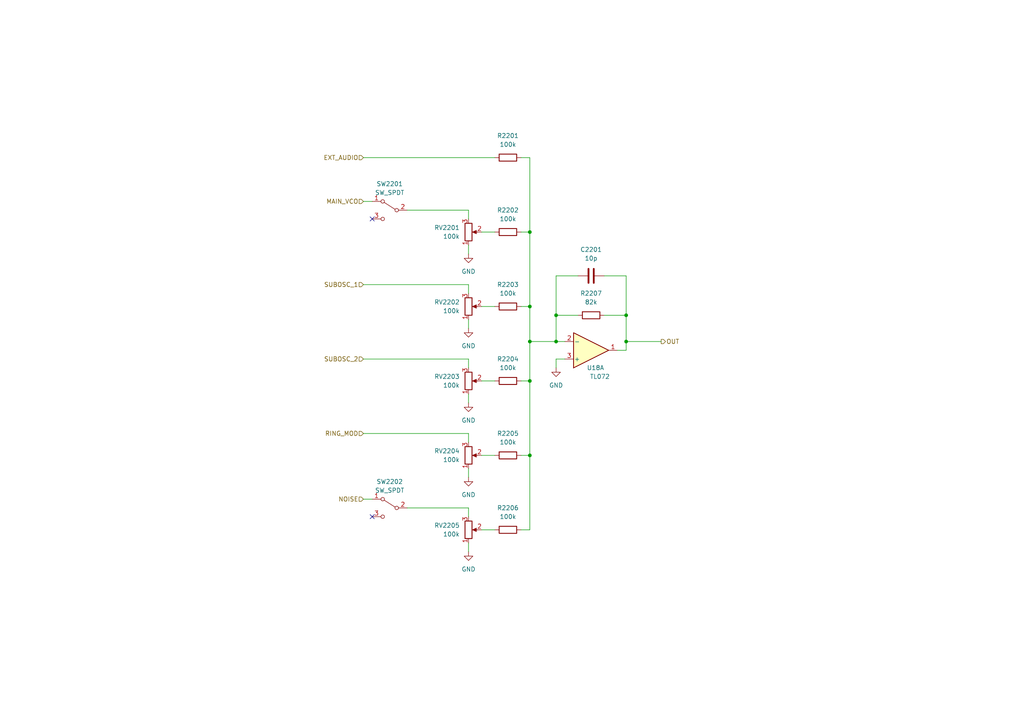
<source format=kicad_sch>
(kicad_sch (version 20211123) (generator eeschema)
  (paper "A4")
  (title_block (title "Josh Ox Ribon Synth Main VCO board") (date "2022-07-07") (rev "0.1") (comment 2 "creativecommons.org/licences/by/4.0") (comment 3 "license: CC by 4.0") (comment 4 "Author: Jordan Acete"))
  (lib_symbols
    (symbol "Amplifier_Operational:TL072" (pin_names (offset 0.127))
      (property "Reference" "U" (at 0 5.08 0))
      (property "Value" "TL072" (at 0 -5.08 0))
      (symbol "TL072_1_1"
        (polyline (pts (xy -5.08 5.08) (xy 5.08 0) (xy -5.08 -5.08) (xy -5.08 5.08)) (stroke (width 0.254)) (fill (type background)))
        (pin output line (at 7.62 0 180) (length 2.54) (name "~") (number "1"))
        (pin input line (at -7.62 -2.54 0) (length 2.54) (name "-") (number "2"))
        (pin input line (at -7.62 2.54 0) (length 2.54) (name "+") (number "3"))
      )
      (symbol "TL072_2_1"
        (polyline (pts (xy -5.08 5.08) (xy 5.08 0) (xy -5.08 -5.08) (xy -5.08 5.08)) (stroke (width 0.254)) (fill (type background)))
        (pin input line (at -7.62 2.54 0) (length 2.54) (name "+") (number "5"))
        (pin input line (at -7.62 -2.54 0) (length 2.54) (name "-") (number "6"))
        (pin output line (at 7.62 0 180) (length 2.54) (name "~") (number "7"))
      )
      (symbol "TL072_3_1"
        (pin power_in line (at -2.54 -7.62 90) (length 3.81) (name "V-") (number "4"))
        (pin power_in line (at -2.54 7.62 270) (length 3.81) (name "V+") (number "8"))
      )
    )
    (symbol "Device:C" (pin_numbers hide) (pin_names (offset 0.254))
      (property "Reference" "C" (at 0.635 2.54 0))
      (property "Value" "C" (at 0.635 -2.54 0))
      (symbol "C_0_1"
        (polyline (pts (xy -2.032 -0.762) (xy 2.032 -0.762)) (stroke (width 0.508)))
        (polyline (pts (xy -2.032 0.762) (xy 2.032 0.762)) (stroke (width 0.508)))
      )
      (symbol "C_1_1"
        (pin passive line (at 0 3.81 270) (length 2.794) (name "~") (number "1"))
        (pin passive line (at 0 -3.81 90) (length 2.794) (name "~") (number "2"))
      )
    )
    (symbol "Device:R" (pin_numbers hide) (pin_names (offset 0))
      (property "Reference" "R" (at 2.032 0 90))
      (property "Value" "R" (at 0 0 90))
      (symbol "R_0_1"
        (rectangle (start -1.016 -2.54) (end 1.016 2.54) (stroke (width 0.254)))
      )
      (symbol "R_1_1"
        (pin passive line (at 0 3.81 270) (length 1.27) (name "~") (number "1"))
        (pin passive line (at 0 -3.81 90) (length 1.27) (name "~") (number "2"))
      )
    )
    (symbol "Device:R_Potentiometer" (pin_names (offset 1.016) hide)
      (property "Reference" "RV" (at -4.445 0 90))
      (property "Value" "R_Potentiometer" (at -2.54 0 90))
      (symbol "R_Potentiometer_0_1"
        (polyline (pts (xy 2.54 0) (xy 1.524 0)))
        (polyline (pts (xy 1.143 0) (xy 2.286 0.508) (xy 2.286 -0.508) (xy 1.143 0)) (fill (type outline)))
        (rectangle (start 1.016 2.54) (end -1.016 -2.54) (stroke (width 0.254)))
      )
      (symbol "R_Potentiometer_1_1"
        (pin passive line (at 0 3.81 270) (length 1.27) (name "1") (number "1"))
        (pin passive line (at 3.81 0 180) (length 1.27) (name "2") (number "2"))
        (pin passive line (at 0 -3.81 90) (length 1.27) (name "3") (number "3"))
      )
    )
    (symbol "Switch:SW_SPDT" (pin_names (offset 0) hide)
      (property "Reference" "SW" (at 0 4.318 0))
      (property "Value" "SW_SPDT" (at 0 -5.08 0))
      (symbol "SW_SPDT_0_0"
        (circle (center -2.032 0) (radius 0.508))
        (circle (center 2.032 -2.54) (radius 0.508))
      )
      (symbol "SW_SPDT_0_1"
        (polyline (pts (xy -1.524 0.254) (xy 1.651 2.286)))
        (circle (center 2.032 2.54) (radius 0.508))
      )
      (symbol "SW_SPDT_1_1"
        (pin passive line (at 5.08 2.54 180) (length 2.54) (name "A") (number "1"))
        (pin passive line (at -5.08 0 0) (length 2.54) (name "B") (number "2"))
        (pin passive line (at 5.08 -2.54 180) (length 2.54) (name "C") (number "3"))
      )
    )
    (symbol "power:GND" (power) (pin_names (offset 0))
      (property "Value" "GND" (at 0 -3.81 0))
      (symbol "GND_0_1"
        (polyline (pts (xy 0 0) (xy 0 -1.27) (xy 1.27 -1.27) (xy 0 -2.54) (xy -1.27 -1.27) (xy 0 -1.27)))
      )
      (symbol "GND_1_1"
        (pin power_in line (at 0 0 270) (length 0) hide (name "GND") (number "1"))
      )
    )
  )
  (junction (at 153.67 88.9))
  (junction (at 161.29 99.06))
  (junction (at 161.29 91.44))
  (junction (at 181.61 99.06))
  (junction (at 153.67 132.08))
  (junction (at 153.67 99.06))
  (junction (at 153.67 67.31))
  (junction (at 181.61 91.44))
  (junction (at 153.67 110.49))
  (no_connect (at 107.95 149.86))
  (no_connect (at 107.95 63.5))
  (wire (pts (xy 139.7 110.49) (xy 143.51 110.49)))
  (wire (pts (xy 181.61 99.06) (xy 181.61 91.44)))
  (wire (pts (xy 151.13 153.67) (xy 153.67 153.67)))
  (wire (pts (xy 139.7 153.67) (xy 143.51 153.67)))
  (wire (pts (xy 118.11 60.96) (xy 135.89 60.96)))
  (wire (pts (xy 135.89 125.73) (xy 135.89 128.27)))
  (wire (pts (xy 135.89 147.32) (xy 135.89 149.86)))
  (wire (pts (xy 153.67 88.9) (xy 153.67 67.31)))
  (wire (pts (xy 135.89 160.02) (xy 135.89 157.48)))
  (wire (pts (xy 135.89 60.96) (xy 135.89 63.5)))
  (wire (pts (xy 161.29 80.01) (xy 167.64 80.01)))
  (wire (pts (xy 181.61 80.01) (xy 175.26 80.01)))
  (wire (pts (xy 105.41 125.73) (xy 135.89 125.73)))
  (wire (pts (xy 161.29 104.14) (xy 163.83 104.14)))
  (wire (pts (xy 118.11 147.32) (xy 135.89 147.32)))
  (wire (pts (xy 105.41 104.14) (xy 135.89 104.14)))
  (wire (pts (xy 153.67 132.08) (xy 153.67 110.49)))
  (wire (pts (xy 153.67 99.06) (xy 153.67 110.49)))
  (wire (pts (xy 151.13 45.72) (xy 153.67 45.72)))
  (wire (pts (xy 135.89 82.55) (xy 135.89 85.09)))
  (wire (pts (xy 105.41 82.55) (xy 135.89 82.55)))
  (wire (pts (xy 181.61 91.44) (xy 181.61 80.01)))
  (wire (pts (xy 181.61 99.06) (xy 191.77 99.06)))
  (wire (pts (xy 135.89 104.14) (xy 135.89 106.68)))
  (wire (pts (xy 175.26 91.44) (xy 181.61 91.44)))
  (wire (pts (xy 105.41 45.72) (xy 143.51 45.72)))
  (wire (pts (xy 153.67 153.67) (xy 153.67 132.08)))
  (wire (pts (xy 135.89 116.84) (xy 135.89 114.3)))
  (wire (pts (xy 139.7 88.9) (xy 143.51 88.9)))
  (wire (pts (xy 139.7 132.08) (xy 143.51 132.08)))
  (wire (pts (xy 153.67 99.06) (xy 161.29 99.06)))
  (wire (pts (xy 135.89 95.25) (xy 135.89 92.71)))
  (wire (pts (xy 161.29 106.68) (xy 161.29 104.14)))
  (wire (pts (xy 179.07 101.6) (xy 181.61 101.6)))
  (wire (pts (xy 135.89 138.43) (xy 135.89 135.89)))
  (wire (pts (xy 135.89 73.66) (xy 135.89 71.12)))
  (wire (pts (xy 163.83 99.06) (xy 161.29 99.06)))
  (wire (pts (xy 181.61 101.6) (xy 181.61 99.06)))
  (wire (pts (xy 151.13 67.31) (xy 153.67 67.31)))
  (wire (pts (xy 153.67 99.06) (xy 153.67 88.9)))
  (wire (pts (xy 153.67 67.31) (xy 153.67 45.72)))
  (wire (pts (xy 151.13 88.9) (xy 153.67 88.9)))
  (wire (pts (xy 161.29 91.44) (xy 167.64 91.44)))
  (wire (pts (xy 151.13 110.49) (xy 153.67 110.49)))
  (wire (pts (xy 161.29 91.44) (xy 161.29 80.01)))
  (wire (pts (xy 105.41 58.42) (xy 107.95 58.42)))
  (wire (pts (xy 161.29 99.06) (xy 161.29 91.44)))
  (wire (pts (xy 105.41 144.78) (xy 107.95 144.78)))
  (wire (pts (xy 139.7 67.31) (xy 143.51 67.31)))
  (wire (pts (xy 151.13 132.08) (xy 153.67 132.08)))
  (hierarchical_label "OUT" (shape output) (at 191.77 99.06 0))
  (hierarchical_label "EXT_AUDIO" (shape input) (at 105.41 45.72 180))
  (hierarchical_label "SUBOSC_2" (shape input) (at 105.41 104.14 180))
  (hierarchical_label "SUBOSC_1" (shape input) (at 105.41 82.55 180))
  (hierarchical_label "NOISE" (shape input) (at 105.41 144.78 180))
  (hierarchical_label "RING_MOD" (shape input) (at 105.41 125.73 180))
  (hierarchical_label "MAIN_VCO" (shape input) (at 105.41 58.42 180))
  (symbol (lib_id "Device:C") (at 171.45 80.01 90) (unit 1)
    (property "Reference" "C2201" (at 171.45 72.39 90))
    (property "Value" "10p" (at 171.45 74.93 90))
    (property "Footprint" "Capacitor_SMD:C_0805_2012Metric" (effects hide))
  )
  (symbol (lib_id "Device:R_Potentiometer") (at 135.89 110.49 0) (mirror x) (unit 1)
    (property "Reference" "RV2203" (at 133.35 109.2199 0) (effects (justify right)))
    (property "Value" "100k" (at 133.35 111.7599 0) (effects (justify right)))
    (property "Footprint" "Potentiometer_THT:Potentiometer_Alpha_RD901F-40-00D_Single_Vertical" (effects hide))
  )
  (symbol (lib_id "Device:R_Potentiometer") (at 135.89 153.67 0) (mirror x) (unit 1)
    (property "Reference" "RV2205" (at 133.35 152.3999 0) (effects (justify right)))
    (property "Value" "100k" (at 133.35 154.9399 0) (effects (justify right)))
    (property "Footprint" "Potentiometer_THT:Potentiometer_Alpha_RD901F-40-00D_Single_Vertical" (effects hide))
  )
  (symbol (lib_id "Device:R") (at 147.32 110.49 90) (unit 1)
    (property "Reference" "R2204" (at 147.32 104.14 90))
    (property "Value" "100k" (at 147.32 106.68 90))
    (property "Footprint" "Resistor_SMD:R_0805_2012Metric" (effects hide))
  )
  (symbol (lib_id "power:GND") (at 135.89 95.25 0) (unit 1)
    (property "Reference" "#PWR02202" (effects hide))
    (property "Value" "GND" (at 135.89 100.33 0))
  )
  (symbol (lib_id "power:GND") (at 135.89 160.02 0) (unit 1)
    (property "Reference" "#PWR02205" (effects hide))
    (property "Value" "GND" (at 135.89 165.1 0))
  )
  (symbol (lib_id "Switch:SW_SPDT") (at 113.03 147.32 0) (mirror y) (unit 1)
    (property "Reference" "SW2202" (at 113.03 139.7 0))
    (property "Value" "SW_SPDT" (at 113.03 142.24 0))
    (property "Footprint" "custom_footprints:SPDT_mini_toggle" (effects hide))
  )
  (symbol (lib_id "power:GND") (at 135.89 138.43 0) (unit 1)
    (property "Reference" "#PWR02204" (effects hide))
    (property "Value" "GND" (at 135.89 143.51 0))
  )
  (symbol (lib_id "power:GND") (at 161.29 106.68 0) (unit 1)
    (property "Reference" "#PWR02206" (effects hide))
    (property "Value" "GND" (at 161.29 111.76 0))
  )
  (symbol (lib_id "Device:R") (at 147.32 132.08 90) (unit 1)
    (property "Reference" "R2205" (at 147.32 125.73 90))
    (property "Value" "100k" (at 147.32 128.27 90))
    (property "Footprint" "Resistor_SMD:R_0805_2012Metric" (effects hide))
  )
  (symbol (lib_id "power:GND") (at 135.89 116.84 0) (unit 1)
    (property "Reference" "#PWR02203" (effects hide))
    (property "Value" "GND" (at 135.89 121.92 0))
  )
  (symbol (lib_id "Device:R_Potentiometer") (at 135.89 132.08 0) (mirror x) (unit 1)
    (property "Reference" "RV2204" (at 133.35 130.8099 0) (effects (justify right)))
    (property "Value" "100k" (at 133.35 133.3499 0) (effects (justify right)))
    (property "Footprint" "Potentiometer_THT:Potentiometer_Alpha_RD901F-40-00D_Single_Vertical" (effects hide))
  )
  (symbol (lib_id "Amplifier_Operational:TL072") (at 171.45 101.6 0) (mirror x) (unit 1)
    (property "Reference" "U18" (at 172.72 106.68 0))
    (property "Value" "TL072" (at 173.99 109.22 0))
    (property "Footprint" "Package_SO:SOIC-8_3.9x4.9mm_P1.27mm" (effects hide))
    (property "Datasheet" "http://www.ti.com/lit/ds/symlink/tl071.pdf" (effects hide))
  )
  (symbol (lib_id "Device:R") (at 147.32 67.31 90) (unit 1)
    (property "Reference" "R2202" (at 147.32 60.96 90))
    (property "Value" "100k" (at 147.32 63.5 90))
    (property "Footprint" "Resistor_SMD:R_0805_2012Metric" (effects hide))
  )
  (symbol (lib_id "Device:R") (at 147.32 45.72 90) (unit 1)
    (property "Reference" "R2201" (at 147.32 39.37 90))
    (property "Value" "100k" (at 147.32 41.91 90))
    (property "Footprint" "Resistor_SMD:R_0805_2012Metric" (effects hide))
  )
  (symbol (lib_id "Switch:SW_SPDT") (at 113.03 60.96 0) (mirror y) (unit 1)
    (property "Reference" "SW2201" (at 113.03 53.34 0))
    (property "Value" "SW_SPDT" (at 113.03 55.88 0))
    (property "Footprint" "custom_footprints:SPDT_mini_toggle" (effects hide))
  )
  (symbol (lib_id "Device:R") (at 147.32 153.67 90) (unit 1)
    (property "Reference" "R2206" (at 147.32 147.32 90))
    (property "Value" "100k" (at 147.32 149.86 90))
    (property "Footprint" "Resistor_SMD:R_0805_2012Metric" (effects hide))
  )
  (symbol (lib_id "Device:R_Potentiometer") (at 135.89 88.9 0) (mirror x) (unit 1)
    (property "Reference" "RV2202" (at 133.35 87.6299 0) (effects (justify right)))
    (property "Value" "100k" (at 133.35 90.1699 0) (effects (justify right)))
    (property "Footprint" "Potentiometer_THT:Potentiometer_Alpha_RD901F-40-00D_Single_Vertical" (effects hide))
  )
  (symbol (lib_id "Device:R_Potentiometer") (at 135.89 67.31 0) (mirror x) (unit 1)
    (property "Reference" "RV2201" (at 133.35 66.0399 0) (effects (justify right)))
    (property "Value" "100k" (at 133.35 68.5799 0) (effects (justify right)))
    (property "Footprint" "Potentiometer_THT:Potentiometer_Alpha_RD901F-40-00D_Single_Vertical" (effects hide))
  )
  (symbol (lib_id "power:GND") (at 135.89 73.66 0) (unit 1)
    (property "Reference" "#PWR02201" (effects hide))
    (property "Value" "GND" (at 135.89 78.74 0))
  )
  (symbol (lib_id "Device:R") (at 171.45 91.44 90) (unit 1)
    (property "Reference" "R2207" (at 171.45 85.09 90))
    (property "Value" "82k" (at 171.45 87.63 90))
    (property "Footprint" "Resistor_SMD:R_0805_2012Metric" (effects hide))
  )
  (symbol (lib_id "Device:R") (at 147.32 88.9 90) (unit 1)
    (property "Reference" "R2203" (at 147.32 82.55 90))
    (property "Value" "100k" (at 147.32 85.09 90))
    (property "Footprint" "Resistor_SMD:R_0805_2012Metric" (effects hide))
  )
)
</source>
